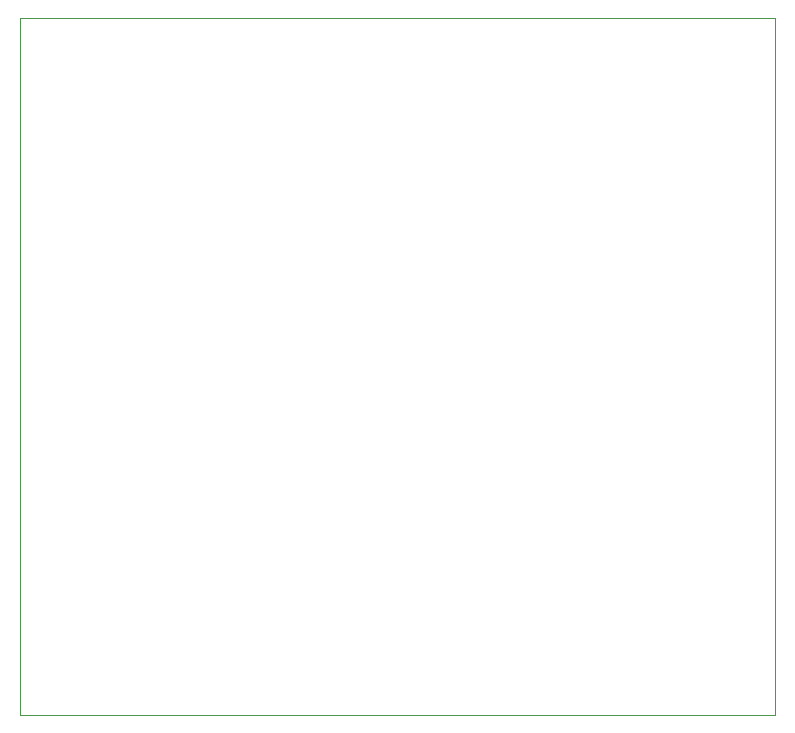
<source format=gm1>
G04 #@! TF.GenerationSoftware,KiCad,Pcbnew,(5.1.2)-1*
G04 #@! TF.CreationDate,2019-09-17T06:22:35+02:00*
G04 #@! TF.ProjectId,PiezoBedSensor,5069657a-6f42-4656-9453-656e736f722e,rev?*
G04 #@! TF.SameCoordinates,Original*
G04 #@! TF.FileFunction,Profile,NP*
%FSLAX46Y46*%
G04 Gerber Fmt 4.6, Leading zero omitted, Abs format (unit mm)*
G04 Created by KiCad (PCBNEW (5.1.2)-1) date 2019-09-17 06:22:35*
%MOMM*%
%LPD*%
G04 APERTURE LIST*
%ADD10C,0.100000*%
G04 APERTURE END LIST*
D10*
X96000000Y-51000000D02*
X96000000Y-110000000D01*
X160000000Y-51000000D02*
X96000000Y-51000000D01*
X160000000Y-110000000D02*
X160000000Y-51000000D01*
X96000000Y-110000000D02*
X160000000Y-110000000D01*
M02*

</source>
